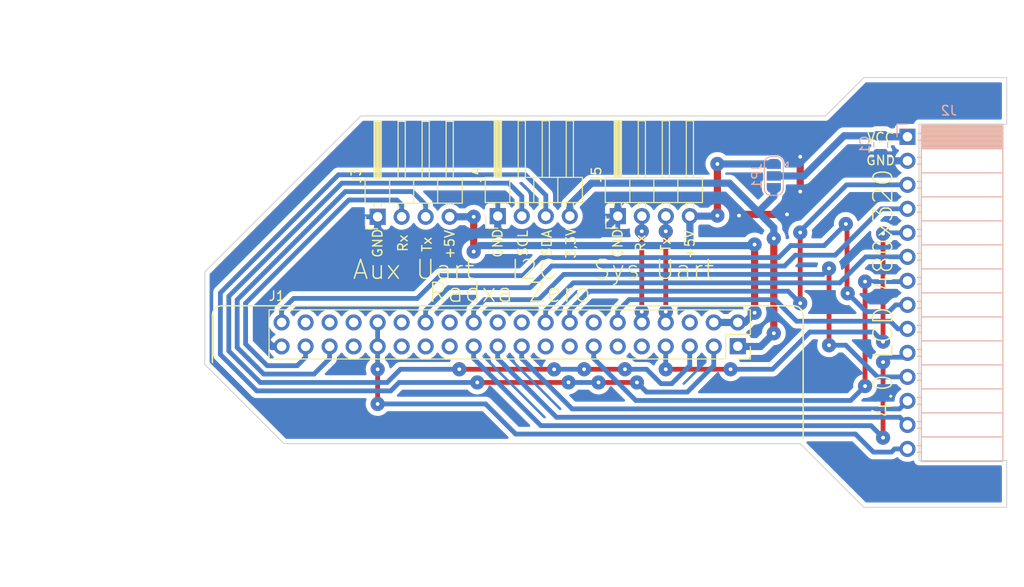
<source format=kicad_pcb>
(kicad_pcb (version 20211014) (generator pcbnew)
  (layers (0 "F.Cu" signal) (31 "B.Cu" signal) (34 "B.Paste" user) (35 "F.Paste" user) (36 "B.SilkS" user "B.Silkscreen") (37 "F.SilkS" user "F.Silkscreen") (38 "B.Mask" user) (39 "F.Mask" user) (44 "Edge.Cuts" user))
  (net 0 "")
  (net 1 "VCC")
  (net 2 "GND")
  (net 3 "+3.3V")
  (net 4 "+5V")
  (net 5 "/I2C_SDA")
  (net 6 "/I2C_SCL")
  (net 8 "/TFT_RS")
  (net 9 "/SYS_TXD")
  (net 11 "/SYS_RXD")
  (net 13 "/TFT_SCK")
  (net 16 "/TFT_CS")
  (net 18 "/TFT_SDI")
  (net 19 "/TP_DIN")
  (net 21 "/TP_OUT")
  (net 23 "/TP_CLK")
  (net 24 "/TP_CS")
  (net 28 "/TFT_RESET")
  (net 31 "/TP_IRQ")
  (net 34 "/TXD")
  (net 36 "/RXD")
  (net 38 "/LED")
  (net 39 "/TFT_SDO")
  (footprint "Connector_PinHeader_2.54mm:PinHeader_2x20_P2.54mm_Vertical" (layer "F.Cu") (at 116.586 95.758 -90)
    (fp_text reference "J1" (at -2.794 48.768) (layer "F.SilkS"))
    (fp_text value "RadaxZero")
    (fp_line (start 3.87 0) (end 3.87 -1.33) (layer "F.SilkS") (width 0.12))
    (fp_line (start 3.8654 1.27) (end 3.87 49.59) (layer "F.SilkS") (width 0.12))
    (fp_line (start -1.33 -1.33) (end 1.27 -1.33) (layer "F.SilkS") (width 0.12))
    (fp_line (start 1.27 1.27) (end 1.27 -1.33) (layer "F.SilkS") (width 0.12))
    (fp_line (start 1.27 1.27) (end 3.8654 1.27) (layer "F.SilkS") (width 0.12))
    (fp_line (start -1.33 49.59) (end 3.87 49.59) (layer "F.SilkS") (width 0.12))
    (fp_line (start 2.54 -1.33) (end 3.87 -1.33) (layer "F.SilkS") (width 0.12))
    (fp_line (start -1.33 -1.33) (end -1.33 49.59) (layer "F.SilkS") (width 0.12))
    (pad "1" thru_hole rect (at 2.5146 0 270) (size 1.7 1.7) (drill 1) (layers *.Cu *.Mask) (net 3 "+3.3V"))
    (pad "2" thru_hole oval (at 0 0 270) (size 1.7 1.7) (drill 1) (layers *.Cu *.Mask) (net 4 "+5V"))
    (pad "3" thru_hole oval (at 2.54 2.54 270) (size 1.7 1.7) (drill 1) (layers *.Cu *.Mask) (net 5 "/I2C_SDA"))
    (pad "4" thru_hole oval (at 0 2.54 270) (size 1.7 1.7) (drill 1) (layers *.Cu *.Mask) (net 4 "+5V"))
    (pad "5" thru_hole oval (at 2.54 5.08 270) (size 1.7 1.7) (drill 1) (layers *.Cu *.Mask) (net 6 "/I2C_SCL"))
    (pad "6" thru_hole oval (at 0 5.08 270) (size 1.7 1.7) (drill 1) (layers *.Cu *.Mask))
    (pad "7" thru_hole oval (at 2.54 7.62 270) (size 1.7 1.7) (drill 1) (layers *.Cu *.Mask) (net 8 "/TFT_RS"))
    (pad "8" thru_hole oval (at 0 7.62 270) (size 1.7 1.7) (drill 1) (layers *.Cu *.Mask) (net 9 "/SYS_TXD"))
    (pad "9" thru_hole oval (at 2.54 10.16 270) (size 1.7 1.7) (drill 1) (layers *.Cu *.Mask))
    (pad "10" thru_hole oval (at 0 10.16 270) (size 1.7 1.7) (drill 1) (layers *.Cu *.Mask) (net 11 "/SYS_RXD"))
    (pad "11" thru_hole oval (at 2.54 12.7 270) (size 1.7 1.7) (drill 1) (layers *.Cu *.Mask))
    (pad "12" thru_hole oval (at 0 12.7 270) (size 1.7 1.7) (drill 1) (layers *.Cu *.Mask) (net 39 "/TFT_SDO"))
    (pad "13" thru_hole oval (at 2.54 15.24 270) (size 1.7 1.7) (drill 1) (layers *.Cu *.Mask) (net 13 "/TFT_SCK"))
    (pad "14" thru_hole oval (at 0 15.24 270) (size 1.7 1.7) (drill 1) (layers *.Cu *.Mask))
    (pad "15" thru_hole oval (at 2.54 17.78 270) (size 1.7 1.7) (drill 1) (layers *.Cu *.Mask))
    (pad "16" thru_hole oval (at 0 17.78 270) (size 1.7 1.7) (drill 1) (layers *.Cu *.Mask) (net 16 "/TFT_CS"))
    (pad "17" thru_hole oval (at 2.54 20.32 270) (size 1.7 1.7) (drill 1) (layers *.Cu *.Mask))
    (pad "18" thru_hole oval (at 0 20.32 270) (size 1.7 1.7) (drill 1) (layers *.Cu *.Mask) (net 18 "/TFT_SDI"))
    (pad "19" thru_hole oval (at 2.54 22.86 270) (size 1.7 1.7) (drill 1) (layers *.Cu *.Mask) (net 19 "/TP_DIN"))
    (pad "20" thru_hole oval (at 0 22.86 270) (size 1.7 1.7) (drill 1) (layers *.Cu *.Mask))
    (pad "21" thru_hole oval (at 2.54 25.4 270) (size 1.7 1.7) (drill 1) (layers *.Cu *.Mask) (net 21 "/TP_OUT"))
    (pad "22" thru_hole oval (at 0 25.4 270) (size 1.7 1.7) (drill 1) (layers *.Cu *.Mask))
    (pad "23" thru_hole oval (at 2.54 27.94 270) (size 1.7 1.7) (drill 1) (layers *.Cu *.Mask) (net 23 "/TP_CLK"))
    (pad "24" thru_hole oval (at 0 27.94 270) (size 1.7 1.7) (drill 1) (layers *.Cu *.Mask) (net 24 "/TP_CS"))
    (pad "25" thru_hole oval (at 2.54 30.48 270) (size 1.7 1.7) (drill 1) (layers *.Cu *.Mask))
    (pad "26" thru_hole oval (at 0 30.48 270) (size 1.7 1.7) (drill 1) (layers *.Cu *.Mask))
    (pad "27" thru_hole oval (at 2.54 33.02 270) (size 1.7 1.7) (drill 1) (layers *.Cu *.Mask))
    (pad "28" thru_hole oval (at 0 33.02 270) (size 1.7 1.7) (drill 1) (layers *.Cu *.Mask) (net 28 "/TFT_RESET"))
    (pad "29" thru_hole oval (at 2.54 35.56 270) (size 1.7 1.7) (drill 1) (layers *.Cu *.Mask))
    (pad "30" thru_hole oval (at 0 35.56 270) (size 1.7 1.7) (drill 1) (layers *.Cu *.Mask))
    (pad "31" thru_hole oval (at 2.54 38.1 270) (size 1.7 1.7) (drill 1) (layers *.Cu *.Mask) (net 31 "/TP_IRQ"))
    (pad "32" thru_hole oval (at 0 38.1 270) (size 1.7 1.7) (drill 1) (layers *.Cu *.Mask) (net 31 "/TP_IRQ"))
    (pad "33" thru_hole oval (at 2.54 40.64 270) (size 1.7 1.7) (drill 1) (layers *.Cu *.Mask))
    (pad "34" thru_hole oval (at 0 40.64 270) (size 1.7 1.7) (drill 1) (layers *.Cu *.Mask))
    (pad "35" thru_hole oval (at 2.54 43.18 270) (size 1.7 1.7) (drill 1) (layers *.Cu *.Mask) (net 34 "/TXD"))
    (pad "36" thru_hole oval (at 0 43.18 270) (size 1.7 1.7) (drill 1) (layers *.Cu *.Mask))
    (pad "37" thru_hole oval (at 2.54 45.72 270) (size 1.7 1.7) (drill 1) (layers *.Cu *.Mask) (net 36 "/RXD"))
    (pad "38" thru_hole oval (at 0 45.72 270) (size 1.7 1.7) (drill 1) (layers *.Cu *.Mask))
    (pad "39" thru_hole oval (at 2.54 48.26 270) (size 1.7 1.7) (drill 1) (layers *.Cu *.Mask) (net 2 "GND"))
    (pad "40" thru_hole oval (at 0 48.26 270) (size 1.7 1.7) (drill 1) (layers *.Cu *.Mask) (net 38 "/LED"))
  )
  (footprint "Connector_PinHeader_2.54mm:PinHeader_1x04_P2.54mm_Horizontal" (layer "F.Cu") (at 91.196 84.512 90)
    (fp_text reference "J4" (at 4.385 -2.27 90) (layer "F.SilkS"))
    (fp_text value "I2C")
    (fp_line (start 4.1 4.7) (end 10.1 4.7) (layer "F.SilkS") (width 0.12))
    (fp_line (start 1.44 -1.33) (end 1.44 8.95) (layer "F.SilkS") (width 0.12))
    (fp_line (start 4.1 -0.32) (end 10.1 -0.32) (layer "F.SilkS") (width 0.12))
    (fp_line (start 1.042929 8) (end 1.44 8) (layer "F.SilkS") (width 0.12))
    (fp_line (start 1.042929 7.24) (end 1.44 7.24) (layer "F.SilkS") (width 0.12))
    (fp_line (start 10.1 0.38) (end 4.1 0.38) (layer "F.SilkS") (width 0.12))
    (fp_line (start 4.1 0.16) (end 10.1 0.16) (layer "F.SilkS") (width 0.12))
    (fp_line (start 4.1 0.04) (end 10.1 0.04) (layer "F.SilkS") (width 0.12))
    (fp_line (start 10.1 5.46) (end 4.1 5.46) (layer "F.SilkS") (width 0.12))
    (fp_line (start 1.44 6.35) (end 4.1 6.35) (layer "F.SilkS") (width 0.12))
    (fp_line (start 1.11 0.38) (end 1.44 0.38) (layer "F.SilkS") (width 0.12))
    (fp_line (start 1.042929 4.7) (end 1.44 4.7) (layer "F.SilkS") (width 0.12))
    (fp_line (start 4.1 8.95) (end 4.1 -1.33) (layer "F.SilkS") (width 0.12))
    (fp_line (start -1.27 0) (end -1.27 -1.27) (layer "F.SilkS") (width 0.12))
    (fp_line (start -1.27 -1.27) (end 0 -1.27) (layer "F.SilkS") (width 0.12))
    (fp_line (start 4.1 7.24) (end 10.1 7.24) (layer "F.SilkS") (width 0.12))
    (fp_line (start 10.1 8) (end 4.1 8) (layer "F.SilkS") (width 0.12))
    (fp_line (start 4.1 -1.33) (end 1.44 -1.33) (layer "F.SilkS") (width 0.12))
    (fp_line (start 10.1 -0.38) (end 10.1 0.38) (layer "F.SilkS") (width 0.12))
    (fp_line (start 4.1 -0.08) (end 10.1 -0.08) (layer "F.SilkS") (width 0.12))
    (fp_line (start 10.1 4.7) (end 10.1 5.46) (layer "F.SilkS") (width 0.12))
    (fp_line (start 1.042929 5.46) (end 1.44 5.46) (layer "F.SilkS") (width 0.12))
    (fp_line (start 4.1 -0.38) (end 10.1 -0.38) (layer "F.SilkS") (width 0.12))
    (fp_line (start 4.1 0.28) (end 10.1 0.28) (layer "F.SilkS") (width 0.12))
    (fp_line (start 1.042929 2.16) (end 1.44 2.16) (layer "F.SilkS") (width 0.12))
    (fp_line (start 1.11 -0.38) (end 1.44 -0.38) (layer "F.SilkS") (width 0.12))
    (fp_line (start 1.44 3.81) (end 4.1 3.81) (layer "F.SilkS") (width 0.12))
    (fp_line (start 1.042929 2.92) (end 1.44 2.92) (layer "F.SilkS") (width 0.12))
    (fp_line (start 10.1 7.24) (end 10.1 8) (layer "F.SilkS") (width 0.12))
    (fp_line (start 10.1 2.92) (end 4.1 2.92) (layer "F.SilkS") (width 0.12))
    (fp_line (start 4.1 -0.2) (end 10.1 -0.2) (layer "F.SilkS") (width 0.12))
    (fp_line (start 1.44 1.27) (end 4.1 1.27) (layer "F.SilkS") (width 0.12))
    (fp_line (start 10.1 2.16) (end 10.1 2.92) (layer "F.SilkS") (width 0.12))
    (fp_line (start 1.44 8.95) (end 4.1 8.95) (layer "F.SilkS") (width 0.12))
    (fp_line (start 4.1 2.16) (end 10.1 2.16) (layer "F.SilkS") (width 0.12))
    (pad "1" thru_hole rect (at 0 0 90) (size 1.7 1.7) (drill 1) (layers *.Cu *.Mask) (net 2 "GND"))
    (pad "2" thru_hole oval (at 0 2.54 90) (size 1.7 1.7) (drill 1) (layers *.Cu *.Mask) (net 6 "/I2C_SCL"))
    (pad "3" thru_hole oval (at 0 5.08 90) (size 1.7 1.7) (drill 1) (layers *.Cu *.Mask) (net 5 "/I2C_SDA"))
    (pad "4" thru_hole oval (at 0 7.62 90) (size 1.7 1.7) (drill 1) (layers *.Cu *.Mask) (net 3 "+3.3V"))
  )
  (footprint "Connector_PinHeader_2.54mm:PinHeader_1x04_P2.54mm_Horizontal" (layer "F.Cu") (at 103.896 84.512 90)
    (fp_text reference "J5" (at 4.385 -2.27 90) (layer "F.SilkS"))
    (fp_text value "SYS UART")
    (fp_line (start 4.1 8.95) (end 4.1 -1.33) (layer "F.SilkS") (width 0.12))
    (fp_line (start 4.1 -0.08) (end 10.1 -0.08) (layer "F.SilkS") (width 0.12))
    (fp_line (start -1.27 -1.27) (end 0 -1.27) (layer "F.SilkS") (width 0.12))
    (fp_line (start 10.1 8) (end 4.1 8) (layer "F.SilkS") (width 0.12))
    (fp_line (start 1.042929 8) (end 1.44 8) (layer "F.SilkS") (width 0.12))
    (fp_line (start 1.44 6.35) (end 4.1 6.35) (layer "F.SilkS") (width 0.12))
    (fp_line (start 1.042929 7.24) (end 1.44 7.24) (layer "F.SilkS") (width 0.12))
    (fp_line (start 4.1 -0.32) (end 10.1 -0.32) (layer "F.SilkS") (width 0.12))
    (fp_line (start 1.042929 4.7) (end 1.44 4.7) (layer "F.SilkS") (width 0.12))
    (fp_line (start 1.44 -1.33) (end 1.44 8.95) (layer "F.SilkS") (width 0.12))
    (fp_line (start -1.27 0) (end -1.27 -1.27) (layer "F.SilkS") (width 0.12))
    (fp_line (start 10.1 5.46) (end 4.1 5.46) (layer "F.SilkS") (width 0.12))
    (fp_line (start 4.1 2.16) (end 10.1 2.16) (layer "F.SilkS") (width 0.12))
    (fp_line (start 10.1 4.7) (end 10.1 5.46) (layer "F.SilkS") (width 0.12))
    (fp_line (start 4.1 0.04) (end 10.1 0.04) (layer "F.SilkS") (width 0.12))
    (fp_line (start 4.1 0.16) (end 10.1 0.16) (layer "F.SilkS") (width 0.12))
    (fp_line (start 1.44 1.27) (end 4.1 1.27) (layer "F.SilkS") (width 0.12))
    (fp_line (start 1.44 3.81) (end 4.1 3.81) (layer "F.SilkS") (width 0.12))
    (fp_line (start 4.1 -0.2) (end 10.1 -0.2) (layer "F.SilkS") (width 0.12))
    (fp_line (start 10.1 7.24) (end 10.1 8) (layer "F.SilkS") (width 0.12))
    (fp_line (start 4.1 0.28) (end 10.1 0.28) (layer "F.SilkS") (width 0.12))
    (fp_line (start 4.1 -0.38) (end 10.1 -0.38) (layer "F.SilkS") (width 0.12))
    (fp_line (start 10.1 2.92) (end 4.1 2.92) (layer "F.SilkS") (width 0.12))
    (fp_line (start 1.042929 2.92) (end 1.44 2.92) (layer "F.SilkS") (width 0.12))
    (fp_line (start 10.1 0.38) (end 4.1 0.38) (layer "F.SilkS") (width 0.12))
    (fp_line (start 4.1 7.24) (end 10.1 7.24) (layer "F.SilkS") (width 0.12))
    (fp_line (start 4.1 4.7) (end 10.1 4.7) (layer "F.SilkS") (width 0.12))
    (fp_line (start 10.1 -0.38) (end 10.1 0.38) (layer "F.SilkS") (width 0.12))
    (fp_line (start 1.11 -0.38) (end 1.44 -0.38) (layer "F.SilkS") (width 0.12))
    (fp_line (start 10.1 2.16) (end 10.1 2.92) (layer "F.SilkS") (width 0.12))
    (fp_line (start 1.042929 5.46) (end 1.44 5.46) (layer "F.SilkS") (width 0.12))
    (fp_line (start 1.042929 2.16) (end 1.44 2.16) (layer "F.SilkS") (width 0.12))
    (fp_line (start 1.44 8.95) (end 4.1 8.95) (layer "F.SilkS") (width 0.12))
    (fp_line (start 4.1 -1.33) (end 1.44 -1.33) (layer "F.SilkS") (width 0.12))
    (fp_line (start 1.11 0.38) (end 1.44 0.38) (layer "F.SilkS") (width 0.12))
    (pad "1" thru_hole rect (at 0 0 90) (size 1.7 1.7) (drill 1) (layers *.Cu *.Mask) (net 2 "GND"))
    (pad "2" thru_hole oval (at 0 2.54 90) (size 1.7 1.7) (drill 1) (layers *.Cu *.Mask) (net 11 "/SYS_RXD"))
    (pad "3" thru_hole oval (at 0 5.08 90) (size 1.7 1.7) (drill 1) (layers *.Cu *.Mask) (net 9 "/SYS_TXD"))
    (pad "4" thru_hole oval (at 0 7.62 90) (size 1.7 1.7) (drill 1) (layers *.Cu *.Mask) (net 4 "+5V"))
  )
  (footprint "Connector_PinHeader_2.54mm:PinHeader_1x04_P2.54mm_Horizontal" (layer "F.Cu") (at 78.486 84.582 90)
    (fp_text reference "J3" (at 4.385 -2.27 90) (layer "F.SilkS"))
    (fp_text value "UART")
    (fp_line (start 1.11 0.38) (end 1.44 0.38) (layer "F.SilkS") (width 0.12))
    (fp_line (start 4.1 -0.2) (end 10.1 -0.2) (layer "F.SilkS") (width 0.12))
    (fp_line (start 1.44 -1.33) (end 1.44 8.95) (layer "F.SilkS") (width 0.12))
    (fp_line (start 4.1 -0.32) (end 10.1 -0.32) (layer "F.SilkS") (width 0.12))
    (fp_line (start 1.042929 2.92) (end 1.44 2.92) (layer "F.SilkS") (width 0.12))
    (fp_line (start 1.44 8.95) (end 4.1 8.95) (layer "F.SilkS") (width 0.12))
    (fp_line (start 1.042929 2.16) (end 1.44 2.16) (layer "F.SilkS") (width 0.12))
    (fp_line (start 4.1 2.16) (end 10.1 2.16) (layer "F.SilkS") (width 0.12))
    (fp_line (start 1.042929 7.24) (end 1.44 7.24) (layer "F.SilkS") (width 0.12))
    (fp_line (start -1.27 0) (end -1.27 -1.27) (layer "F.SilkS") (width 0.12))
    (fp_line (start 10.1 4.7) (end 10.1 5.46) (layer "F.SilkS") (width 0.12))
    (fp_line (start 4.1 -0.38) (end 10.1 -0.38) (layer "F.SilkS") (width 0.12))
    (fp_line (start 1.042929 4.7) (end 1.44 4.7) (layer "F.SilkS") (width 0.12))
    (fp_line (start 1.44 1.27) (end 4.1 1.27) (layer "F.SilkS") (width 0.12))
    (fp_line (start 1.042929 8) (end 1.44 8) (layer "F.SilkS") (width 0.12))
    (fp_line (start 4.1 8.95) (end 4.1 -1.33) (layer "F.SilkS") (width 0.12))
    (fp_line (start 10.1 7.24) (end 10.1 8) (layer "F.SilkS") (width 0.12))
    (fp_line (start 4.1 -1.33) (end 1.44 -1.33) (layer "F.SilkS") (width 0.12))
    (fp_line (start 10.1 8) (end 4.1 8) (layer "F.SilkS") (width 0.12))
    (fp_line (start 4.1 7.24) (end 10.1 7.24) (layer "F.SilkS") (width 0.12))
    (fp_line (start 4.1 0.16) (end 10.1 0.16) (layer "F.SilkS") (width 0.12))
    (fp_line (start 4.1 4.7) (end 10.1 4.7) (layer "F.SilkS") (width 0.12))
    (fp_line (start 1.44 3.81) (end 4.1 3.81) (layer "F.SilkS") (width 0.12))
    (fp_line (start 10.1 0.38) (end 4.1 0.38) (layer "F.SilkS") (width 0.12))
    (fp_line (start 4.1 0.28) (end 10.1 0.28) (layer "F.SilkS") (width 0.12))
    (fp_line (start 10.1 5.46) (end 4.1 5.46) (layer "F.SilkS") (width 0.12))
    (fp_line (start 10.1 2.92) (end 4.1 2.92) (layer "F.SilkS") (width 0.12))
    (fp_line (start 10.1 -0.38) (end 10.1 0.38) (layer "F.SilkS") (width 0.12))
    (fp_line (start 4.1 -0.08) (end 10.1 -0.08) (layer "F.SilkS") (width 0.12))
    (fp_line (start 1.042929 5.46) (end 1.44 5.46) (layer "F.SilkS") (width 0.12))
    (fp_line (start 1.11 -0.38) (end 1.44 -0.38) (layer "F.SilkS") (width 0.12))
    (fp_line (start 1.44 6.35) (end 4.1 6.35) (layer "F.SilkS") (width 0.12))
    (fp_line (start -1.27 -1.27) (end 0 -1.27) (layer "F.SilkS") (width 0.12))
    (fp_line (start 10.1 2.16) (end 10.1 2.92) (layer "F.SilkS") (width 0.12))
    (fp_line (start 4.1 0.04) (end 10.1 0.04) (layer "F.SilkS") (width 0.12))
    (pad "1" thru_hole rect (at 0 0 90) (size 1.7 1.7) (drill 1) (layers *.Cu *.Mask) (net 2 "GND"))
    (pad "2" thru_hole oval (at 0 2.54 90) (size 1.7 1.7) (drill 1) (layers *.Cu *.Mask) (net 36 "/RXD"))
    (pad "3" thru_hole oval (at 0 5.08 90) (size 1.7 1.7) (drill 1) (layers *.Cu *.Mask) (net 34 "/TXD"))
    (pad "4" thru_hole oval (at 0 7.62 90) (size 1.7 1.7) (drill 1) (layers *.Cu *.Mask) (net 4 "+5V"))
  )
  (footprint "Connector_PinSocket_2.54mm:PinSocket_1x14_P2.54mm_Horizontal" (layer "B.Cu") (at 134.538 76.12 180)
    (fp_text reference "J2" (at -4.38 2.77) (layer "B.SilkS") (effects (justify mirror)))
    (fp_text value "4.0inch LCD")
    (fp_line (start -1.46 -12.34) (end -1.05 -12.34) (layer "B.SilkS") (width 0.12))
    (fp_line (start -10.09 -24.13) (end -1.46 -24.13) (layer "B.SilkS") (width 0.12))
    (fp_line (start -10.09 -0.797615) (end -1.46 -0.797615) (layer "B.SilkS") (width 0.12))
    (fp_line (start -1.46 -2.18) (end -1.05 -2.18) (layer "B.SilkS") (width 0.12))
    (fp_line (start -10.09 0.73762) (end -1.46 0.73762) (layer "B.SilkS") (width 0.12))
    (fp_line (start -10.09 1.33) (end -1.46 1.33) (layer "B.SilkS") (width 0.12))
    (fp_line (start -1.46 -17.42) (end -1.05 -17.42) (layer "B.SilkS") (width 0.12))
    (fp_line (start -10.09 -1.27) (end -1.46 -1.27) (layer "B.SilkS") (width 0.12))
    (fp_line (start -10.09 -19.05) (end -1.46 -19.05) (layer "B.SilkS") (width 0.12))
    (fp_line (start -1.46 -30.12) (end -1.05 -30.12) (layer "B.SilkS") (width 0.12))
    (fp_line (start -1.46 -25.04) (end -1.05 -25.04) (layer "B.SilkS") (width 0.12))
    (fp_line (start -1.46 -27.58) (end -1.05 -27.58) (layer "B.SilkS") (width 0.12))
    (fp_line (start -10.09 -11.43) (end -1.46 -11.43) (layer "B.SilkS") (width 0.12))
    (fp_line (start -10.09 -0.91571) (end -1.46 -0.91571) (layer "B.SilkS") (width 0.12))
    (fp_line (start -1.46 -20.68) (end -1.05 -20.68) (layer "B.SilkS") (width 0.12))
    (fp_line (start -1.46 -18.14) (end -1.05 -18.14) (layer "B.SilkS") (width 0.12))
    (fp_line (start 0 1.33) (end 1.11 1.33) (layer "B.SilkS") (width 0.12))
    (fp_line (start -1.46 -14.88) (end -1.05 -14.88) (layer "B.SilkS") (width 0.12))
    (fp_line (start 1.11 1.33) (end 1.11 0) (layer "B.SilkS") (width 0.12))
    (fp_line (start -1.46 -13.06) (end -1.05 -13.06) (layer "B.SilkS") (width 0.12))
    (fp_line (start -1.46 -0.36) (end -1.11 -0.36) (layer "B.SilkS") (width 0.12))
    (fp_line (start -10.09 0.97381) (end -1.46 0.97381) (layer "B.SilkS") (width 0.12))
    (fp_line (start -1.46 -5.44) (end -1.05 -5.44) (layer "B.SilkS") (width 0.12))
    (fp_line (start -1.46 -2.9) (end -1.05 -2.9) (layer "B.SilkS") (width 0.12))
    (fp_line (start -10.09 -0.20714) (end -1.46 -0.20714) (layer "B.SilkS") (width 0.12))
    (fp_line (start -10.09 -31.75) (end -1.46 -31.75) (layer "B.SilkS") (width 0.12))
    (fp_line (start -10.09 1.091905) (end -1.46 1.091905) (layer "B.SilkS") (width 0.12))
    (fp_line (start -1.46 -28.3) (end -1.05 -28.3) (layer "B.SilkS") (width 0.12))
    (fp_line (start -1.46 -32.66) (end -1.05 -32.66) (layer "B.SilkS") (width 0.12))
    (fp_line (start -10.09 -0.561425) (end -1.46 -0.561425) (layer "B.SilkS") (width 0.12))
    (fp_line (start -10.09 0.50143) (end -1.46 0.50143) (layer "B.SilkS") (width 0.12))
    (fp_line (start -10.09 -0.325235) (end -1.46 -0.325235) (layer "B.SilkS") (width 0.12))
    (fp_line (start -1.46 -7.98) (end -1.05 -7.98) (layer "B.SilkS") (width 0.12))
    (fp_line (start -1.46 -25.76) (end -1.05 -25.76) (layer "B.SilkS") (width 0.12))
    (fp_line (start -1.46 -22.5) (end -1.05 -22.5) (layer "B.SilkS") (width 0.12))
    (fp_line (start -10.09 -26.67) (end -1.46 -26.67) (layer "B.SilkS") (width 0.12))
    (fp_line (start -1.46 -10.52) (end -1.05 -10.52) (layer "B.SilkS") (width 0.12))
    (fp_line (start -10.09 -34.35) (end -1.46 -34.35) (layer "B.SilkS") (width 0.12))
    (fp_line (start -1.46 -33.38) (end -1.05 -33.38) (layer "B.SilkS") (width 0.12))
    (fp_line (start -10.09 1.21) (end -1.46 1.21) (layer "B.SilkS") (width 0.12))
    (fp_line (start -10.09 -0.67952) (end -1.46 -0.67952) (layer "B.SilkS") (width 0.12))
    (fp_line (start -1.46 -9.8) (end -1.05 -9.8) (layer "B.SilkS") (width 0.12))
    (fp_line (start -1.46 1.33) (end -1.46 -34.35) (layer "B.SilkS") (width 0.12))
    (fp_line (start -10.09 0.147145) (end -1.46 0.147145) (layer "B.SilkS") (width 0.12))
    (fp_line (start -10.09 0.02905) (end -1.46 0.02905) (layer "B.SilkS") (width 0.12))
    (fp_line (start -10.09 0.26524) (end -1.46 0.26524) (layer "B.SilkS") (width 0.12))
    (fp_line (start -10.09 -0.44333) (end -1.46 -0.44333) (layer "B.SilkS") (width 0.12))
    (fp_line (start -10.09 -13.97) (end -1.46 -13.97) (layer "B.SilkS") (width 0.12))
    (fp_line (start -10.09 0.383335) (end -1.46 0.383335) (layer "B.SilkS") (width 0.12))
    (fp_line (start -10.09 -29.21) (end -1.46 -29.21) (layer "B.SilkS") (width 0.12))
    (fp_line (start -10.09 -1.1519) (end -1.46 -1.1519) (layer "B.SilkS") (width 0.12))
    (fp_line (start -10.09 -21.59) (end -1.46 -21.59) (layer "B.SilkS") (width 0.12))
    (fp_line (start -10.09 -16.51) (end -1.46 -16.51) (layer "B.SilkS") (width 0.12))
    (fp_line (start -1.46 -15.6) (end -1.05 -15.6) (layer "B.SilkS") (width 0.12))
    (fp_line (start -10.09 -3.81) (end -1.46 -3.81) (layer "B.SilkS") (width 0.12))
    (fp_line (start -10.09 -1.033805) (end -1.46 -1.033805) (layer "B.SilkS") (width 0.12))
    (fp_line (start -10.09 -8.89) (end -1.46 -8.89) (layer "B.SilkS") (width 0.12))
    (fp_line (start -10.09 -0.089045) (end -1.46 -0.089045) (layer "B.SilkS") (width 0.12))
    (fp_line (start -1.46 0.36) (end -1.11 0.36) (layer "B.SilkS") (width 0.12))
    (fp_line (start -1.46 -19.96) (end -1.05 -19.96) (layer "B.SilkS") (width 0.12))
    (fp_line (start -1.46 -7.26) (end -1.05 -7.26) (layer "B.SilkS") (width 0.12))
    (fp_line (start -10.09 -6.35) (end -1.46 -6.35) (layer "B.SilkS") (width 0.12))
    (fp_line (start -1.46 -4.72) (end -1.05 -4.72) (layer "B.SilkS") (width 0.12))
    (fp_line (start -10.09 1.33) (end -10.09 -34.35) (layer "B.SilkS") (width 0.12))
    (fp_line (start -10.09 0.855715) (end -1.46 0.855715) (layer "B.SilkS") (width 0.12))
    (fp_line (start -10.09 0.619525) (end -1.46 0.619525) (layer "B.SilkS") (width 0.12))
    (fp_line (start -1.46 -30.84) (end -1.05 -30.84) (layer "B.SilkS") (width 0.12))
    (fp_line (start -1.46 -23.22) (end -1.05 -23.22) (layer "B.SilkS") (width 0.12))
    (pad "1" thru_hole rect (at 0 0 180) (size 1.7 1.7) (drill 1) (layers *.Cu *.Mask) (net 1 "VCC"))
    (pad "2" thru_hole oval (at 0 -2.54 180) (size 1.7 1.7) (drill 1) (layers *.Cu *.Mask) (net 2 "GND"))
    (pad "3" thru_hole oval (at 0 -5.08 180) (size 1.7 1.7) (drill 1) (layers *.Cu *.Mask) (net 16 "/TFT_CS"))
    (pad "4" thru_hole oval (at 0 -7.62 180) (size 1.7 1.7) (drill 1) (layers *.Cu *.Mask) (net 28 "/TFT_RESET"))
    (pad "5" thru_hole oval (at 0 -10.16 180) (size 1.7 1.7) (drill 1) (layers *.Cu *.Mask) (net 8 "/TFT_RS"))
    (pad "6" thru_hole oval (at 0 -12.7 180) (size 1.7 1.7) (drill 1) (layers *.Cu *.Mask) (net 18 "/TFT_SDI"))
    (pad "7" thru_hole oval (at 0 -15.24 180) (size 1.7 1.7) (drill 1) (layers *.Cu *.Mask) (net 13 "/TFT_SCK"))
    (pad "8" thru_hole oval (at 0 -17.78 180) (size 1.7 1.7) (drill 1) (layers *.Cu *.Mask) (net 38 "/LED"))
    (pad "9" thru_hole oval (at 0 -20.32 180) (size 1.7 1.7) (drill 1) (layers *.Cu *.Mask) (net 39 "/TFT_SDO"))
    (pad "10" thru_hole oval (at 0 -22.86 180) (size 1.7 1.7) (drill 1) (layers *.Cu *.Mask) (net 23 "/TP_CLK"))
    (pad "11" thru_hole oval (at 0 -25.4 180) (size 1.7 1.7) (drill 1) (layers *.Cu *.Mask) (net 24 "/TP_CS"))
    (pad "12" thru_hole oval (at 0 -27.94 180) (size 1.7 1.7) (drill 1) (layers *.Cu *.Mask) (net 19 "/TP_DIN"))
    (pad "13" thru_hole oval (at 0 -30.48 180) (size 1.7 1.7) (drill 1) (layers *.Cu *.Mask) (net 21 "/TP_OUT"))
    (pad "14" thru_hole oval (at 0 -33.02 180) (size 1.7 1.7) (drill 1) (layers *.Cu *.Mask) (net 31 "/TP_IRQ"))
  )
  (footprint "Capacitor_SMD:C_0805_2012Metric" (layer "B.Cu") (at 131.699 76.962 -90)
    (fp_text reference "C1" (at 0 1.68 90) (layer "B.SilkS") (effects (justify mirror)))
    (fp_text value "C")
    (fp_line (start -0.261252 -0.735) (end 0.261252 -0.735) (layer "B.SilkS") (width 0.12))
    (fp_line (start -0.261252 0.735) (end 0.261252 0.735) (layer "B.SilkS") (width 0.12))
    (pad "1" smd roundrect (at -0.95 0 270) (size 1 1.45) (layers "B.Cu" "B.Paste" "B.Mask") (net 1 "VCC"))
    (pad "2" smd roundrect (at 0.95 0 270) (size 1 1.45) (layers "B.Cu" "B.Paste" "B.Mask") (net 2 "GND"))
  )
  (footprint "Jumper:SolderJumper-3_P1.3mm_Open_RoundedPad1.0x1.5mm" (layer "B.Cu") (at 120.396 80.264 -90)
    (fp_text reference "JP1" (at 0 1.8 90) (layer "B.SilkS") (effects (justify mirror)))
    (fp_text value "3,3/5V")
    (fp_line (start -2.05 -0.3) (end -2.05 0.3) (layer "B.SilkS") (width 0.12))
    (fp_line (start -1.5 -1.5) (end -0.9 -1.5) (layer "B.SilkS") (width 0.12))
    (fp_line (start 2.05 0.3) (end 2.05 -0.3) (layer "B.SilkS") (width 0.12))
    (fp_line (start -1.4 1) (end 1.4 1) (layer "B.SilkS") (width 0.12))
    (fp_line (start -1.2 -1.2) (end -1.5 -1.5) (layer "B.SilkS") (width 0.12))
    (fp_line (start -1.2 -1.2) (end -0.9 -1.5) (layer "B.SilkS") (width 0.12))
    (fp_line (start 1.4 -1) (end -1.4 -1) (layer "B.SilkS") (width 0.12))
    (fp_arc (start 2.05 0.3) (mid 1.844975 0.794975) (end 1.35 1) (layer "B.SilkS") (width 0.12))
    (fp_arc (start -2.05 -0.3) (mid -1.844975 -0.794975) (end -1.35 -1) (layer "B.SilkS") (width 0.12))
    (fp_arc (start -1.35 1) (mid -1.844975 0.794975) (end -2.05 0.3) (layer "B.SilkS") (width 0.12))
    (fp_arc (start 1.35 -1) (mid 1.844975 -0.794975) (end 2.05 -0.3) (layer "B.SilkS") (width 0.12))
    (pad "1" smd custom (at -1.299997 0 270) (size 1 0.5) (layers "B.Cu" "B.Mask") (net 4 "+5V") (clearance 0.0508) (options (clearance outline) (anchor rect)) (primitives (gr_circle (center 0 -0.25) (end 0.5 -0.25) (width 0) (fill yes)) (gr_circle (center 0 0.25) (end 0.5 0.25) (width 0) (fill yes)) (gr_poly (pts (xy 0.55 -0.75) (xy 0 -0.75) (xy 0 0.75) (xy 0.55 0.75)) (width 0) (fill yes))))
    (pad "2" smd rect (at 0 0 270) (size 1 1.5) (layers "B.Cu" "B.Mask") (net 1 "VCC") (clearance 0.0508))
    (pad "3" smd custom (at 1.3 0 270) (size 1 0.5) (layers "B.Cu" "B.Mask") (net 3 "+3.3V") (options (clearance outline) (anchor rect)) (primitives (gr_circle (center 0 -0.25) (end 0.5 -0.25) (width 0) (fill yes)) (gr_circle (center 0 0.25) (end 0.5 0.25) (width 0) (fill yes)) (gr_poly (pts (xy 0 -0.75) (xy -0.55 -0.75) (xy -0.55 0.75) (xy 0 0.75)) (width 0) (fill yes))))
  )
  (gr_arc (start 61 95) (mid 61.292893 94.292893) (end 62 94) (layer "F.SilkS") (width 0.15))
  (gr_arc (start 122.5 94) (mid 123.207107 94.292893) (end 123.5 95) (layer "F.SilkS") (width 0.15))
  (gr_line (start 123.5 95) (end 123.5 108) (layer "F.SilkS") (width 0.15))
  (gr_line (start 62 94) (end 122.5 94) (layer "F.SilkS") (width 0.15))
  (gr_line (start 61 95) (end 61 100) (layer "F.SilkS") (width 0.15))
  (gr_line (start 60.198 90.424) (end 60.198 100.203) (layer "Edge.Cuts") (width 0.1))
  (gr_line (start 135.763 110.363) (end 135.763 74.803) (layer "Edge.Cuts") (width 0.1))
  (gr_line (start 145.034 115.316) (end 129.921 115.316) (layer "Edge.Cuts") (width 0.1))
  (gr_line (start 76.708 73.914) (end 60.198 90.424) (layer "Edge.Cuts") (width 0.1))
  (gr_line (start 145.034 110.363) (end 135.763 110.363) (layer "Edge.Cuts") (width 0.1))
  (gr_line (start 125.857 73.914) (end 76.708 73.914) (layer "Edge.Cuts") (width 0.1))
  (gr_line (start 145.034 110.363) (end 145.034 115.316) (layer "Edge.Cuts") (width 0.1))
  (gr_line (start 145.034 74.803) (end 145.034 69.85) (layer "Edge.Cuts") (width 0.1))
  (gr_line (start 123.19 108.585) (end 68.58 108.585) (layer "Edge.Cuts") (width 0.1))
  (gr_line (start 129.921 69.85) (end 125.857 73.914) (layer "Edge.Cuts") (width 0.1))
  (gr_line (start 129.921 115.316) (end 123.19 108.585) (layer "Edge.Cuts") (width 0.1))
  (gr_line (start 68.58 108.585) (end 60.198 100.203) (layer "Edge.Cuts") (width 0.1))
  (gr_line (start 135.763 74.803) (end 145.034 74.803) (layer "Edge.Cuts") (width 0.1))
  (gr_line (start 145.034 69.85) (end 129.921 69.85) (layer "Edge.Cuts") (width 0.1))
  (gr_text "SCL" (at 93.853 87.376 90) (layer "F.SilkS") (effects (font (size 1 1))))
  (gr_text "Sys Uart" (at 107.696 90.17) (layer "F.SilkS") (effects (font (size 2 2))))
  (gr_text "Rx" (at 106.299 87.376 90) (layer "F.SilkS") (effects (font (size 1 1))))
  (gr_text "SDA" (at 96.393 87.376 90) (layer "F.SilkS") (effects (font (size 1 1))))
  (gr_text "Tx" (at 83.693 87.503 90) (layer "F.SilkS") (effects (font (size 1 1))))
  (gr_text "GND" (at 78.486 87.376 90) (layer "F.SilkS") (effects (font (size 1 1))))
  (gr_text "3,3V" (at 98.933 87.376 90) (layer "F.SilkS") (effects (font (size 1 1))))
  (gr_text "Rx" (at 81.153 87.376 90) (layer "F.SilkS") (effects (font (size 1 1))))
  (gr_text "+5V" (at 111.506 87.503 90) (layer "F.SilkS") (effects (font (size 1 1))))
  (gr_text "+5V" (at 86.106 87.503 90) (layer "F.SilkS") (effects (font (size 1 1))))
  (gr_text "GND" (at 91.186 87.376 90) (layer "F.SilkS") (effects (font (size 1 1))))
  (gr_text "I2C" (at 94.996 90.17) (layer "F.SilkS") (effects (font (size 2 2))))
  (gr_text "4.0 LCD 480x320" (at 131.953 92.71 90) (layer "F.SilkS") (effects (font (size 2 2))))
  (gr_text "GND" (at 131.699 78.613) (layer "F.SilkS") (effects (font (size 1 1))))
  (gr_text "VCC" (at 131.699 76.2) (layer "F.SilkS") (effects (font (size 1 1))))
  (gr_text "GND" (at 103.886 87.376 90) (layer "F.SilkS") (effects (font (size 1 1))))
  (gr_text "Aux Uart" (at 82.296 90.17) (layer "F.SilkS") (effects (font (size 2 2))))
  (gr_text "Tx" (at 108.966 87.503 90) (layer "F.SilkS") (effects (font (size 1 1))))
  (gr_text "Radxa Zero" (at 92.456 92.583) (layer "F.SilkS") (effects (font (size 2 2))))
  (segment (start 123.571 80.264) (end 121.285 80.264) (width 0.762) (layer "B.Cu") (net 1))
  (segment (start 131.699 76.012) (end 127.823 76.012) (width 0.762) (layer "B.Cu") (net 1))
  (segment (start 127.823 76.012) (end 123.571 80.264) (width 0.762) (layer "B.Cu") (net 1))
  (segment (start 120.396 80.264) (end 121.285 80.264) (width 0.508) (layer "B.Cu") (net 1))
  (segment (start 134.538 76.12) (end 131.807 76.12) (width 0.762) (layer "B.Cu") (net 1))
  (segment (start 131.807 76.12) (end 131.699 76.012) (width 0.762) (layer "B.Cu") (net 1))
  (segment (start 123.19 81.915) (end 123.19 78.232) (width 0.762) (layer "F.Cu") (net 2))
  (segment (start 121.793 84.328) (end 116.84 84.328) (width 0.762) (layer "F.Cu") (net 2))
  (segment (start 116.84 84.328) (end 116.713 84.455) (width 0.762) (layer "F.Cu") (net 2))
  (via (at 123.19 78.232) (size 1.5) (drill 0.4) (layers "F.Cu" "B.Cu") (net 2))
  (via (at 121.793 84.328) (size 1.5) (drill 0.4) (layers "F.Cu" "B.Cu") (net 2))
  (via (at 123.19 81.915) (size 1.5) (drill 0.4) (layers "F.Cu" "B.Cu") (net 2))
  (via (at 116.713 84.455) (size 1.5) (drill 0.4) (layers "F.Cu" "B.Cu") (net 2))
  (segment (start 104.775 82.423) (end 103.886 83.312) (width 0.762) (layer "B.Cu") (net 2))
  (segment (start 101.921 86.487) (end 91.821 86.487) (width 0.762) (layer "B.Cu") (net 2))
  (segment (start 91.186 85.852) (end 91.186 86.106) (width 0.762) (layer "B.Cu") (net 2))
  (segment (start 123.19 82.931) (end 127.461 78.66) (width 0.762) (layer "B.Cu") (net 2))
  (segment (start 91.186 86.106) (end 90.805 86.487) (width 0.762) (layer "B.Cu") (net 2))
  (segment (start 103.896 84.512) (end 101.921 86.487) (width 0.762) (layer "B.Cu") (net 2))
  (segment (start 91.186 85.852) (end 91.186 84.522) (width 0.762) (layer "B.Cu") (net 2))
  (segment (start 78.486 85.852) (end 78.486 84.582) (width 0.762) (layer "B.Cu") (net 2))
  (segment (start 127.461 78.66) (end 131.873 78.66) (width 0.762) (layer "B.Cu") (net 2))
  (segment (start 116.713 84.455) (end 114.681 82.423) (width 0.762) (layer "B.Cu") (net 2))
  (segment (start 123.19 82.931) (end 123.19 81.915) (width 0.762) (layer "B.Cu") (net 2))
  (segment (start 121.793 84.328) (end 123.19 82.931) (width 0.762) (layer "B.Cu") (net 2))
  (segment (start 79.121 86.487) (end 78.486 85.852) (width 0.762) (layer "B.Cu") (net 2))
  (segment (start 66.04 97.028) (end 66.04 94.742) (width 0.762) (layer "B.Cu") (net 2))
  (segment (start 68.321 98.303) (end 67.315 98.303) (width 0.762) (layer "B.Cu") (net 2))
  (segment (start 103.886 83.312) (end 103.896 83.322) (width 0.762) (layer "B.Cu") (net 2))
  (segment (start 90.805 86.487) (end 79.121 86.487) (width 0.762) (layer "B.Cu") (net 2))
  (segment (start 131.873 78.66) (end 134.538 78.66) (width 0.762) (layer "B.Cu") (net 2))
  (segment (start 131.699 77.912) (end 131.699 78.486) (width 0.762) (layer "B.Cu") (net 2))
  (segment (start 91.821 86.487) (end 91.186 85.852) (width 0.762) (layer "B.Cu") (net 2))
  (segment (start 103.896 83.322) (end 103.896 84.512) (width 0.762) (layer "B.Cu") (net 2))
  (segment (start 91.186 84.522) (end 91.196 84.512) (width 0.762) (layer "B.Cu") (net 2))
  (segment (start 74.295 86.487) (end 77.851 86.487) (width 0.762) (layer "B.Cu") (net 2))
  (segment (start 114.681 82.423) (end 104.775 82.423) (width 0.762) (layer "B.Cu") (net 2))
  (segment (start 67.315 98.303) (end 66.04 97.028) (width 0.762) (layer "B.Cu") (net 2))
  (segment (start 77.851 86.487) (end 78.486 85.852) (width 0.762) (layer "B.Cu") (net 2))
  (segment (start 131.699 78.486) (end 131.873 78.66) (width 0.762) (layer "B.Cu") (net 2))
  (segment (start 66.04 94.742) (end 74.295 86.487) (width 0.762) (layer "B.Cu") (net 2))
  (segment (start 120.396 86.868) (end 120.396 96.901) (width 0.762) (layer "F.Cu") (net 3))
  (via (at 120.396 86.868) (size 1.5) (drill 0.4) (layers "F.Cu" "B.Cu") (net 3))
  (via (at 120.396 96.901) (size 1.5) (drill 0.4) (layers "F.Cu" "B.Cu") (net 3))
  (segment (start 115.697 81.026) (end 118.745 84.074) (width 0.762) (layer "B.Cu") (net 3))
  (segment (start 120.396 85.725) (end 120.396 86.868) (width 0.762) (layer "B.Cu") (net 3))
  (segment (start 120.396 81.564) (end 120.396 82.423) (width 0.762) (layer "B.Cu") (net 3))
  (segment (start 120.396 96.901) (end 118.994 98.303) (width 0.762) (layer "B.Cu") (net 3))
  (segment (start 118.994 98.303) (end 116.581 98.303) (width 0.762) (layer "B.Cu") (net 3))
  (segment (start 101.092 81.026) (end 115.697 81.026) (width 0.762) (layer "B.Cu") (net 3))
  (segment (start 98.816 84.512) (end 98.816 83.322) (width 0.762) (layer "B.Cu") (net 3))
  (segment (start 98.816 83.322) (end 98.806 83.312) (width 0.762) (layer "B.Cu") (net 3))
  (segment (start 118.745 84.074) (end 120.396 85.725) (width 0.762) (layer "B.Cu") (net 3))
  (segment (start 120.396 82.423) (end 118.745 84.074) (width 0.762) (layer "B.Cu") (net 3))
  (segment (start 98.806 83.312) (end 101.092 81.026) (width 0.762) (layer "B.Cu") (net 3))
  (segment (start 118.364 94.7295) (end 118.364 87.5155) (width 0.762) (layer "F.Cu") (net 4))
  (segment (start 114.427 84.455) (end 114.427 78.994) (width 0.762) (layer "F.Cu") (net 4))
  (segment (start 88.646 88.265) (end 88.646 84.582) (width 0.762) (layer "F.Cu") (net 4))
  (via (at 118.364 94.7295) (size 1.5) (drill 0.4) (layers "F.Cu" "B.Cu") (net 4))
  (via (at 88.646 84.582) (size 1.5) (drill 0.4) (layers "F.Cu" "B.Cu") (net 4))
  (via (at 114.427 78.994) (size 1.5) (drill 0.4) (layers "F.Cu" "B.Cu") (net 4))
  (via (at 118.364 87.5155) (size 1.5) (drill 0.4) (layers "F.Cu" "B.Cu") (net 4))
  (via (at 114.427 84.455) (size 1.5) (drill 0.4) (layers "F.Cu" "B.Cu") (net 4))
  (via (at 88.646 88.265) (size 1.5) (drill 0.4) (layers "F.Cu" "B.Cu") (net 4))
  (segment (start 114.37 84.512) (end 114.427 84.455) (width 0.762) (layer "B.Cu") (net 4))
  (segment (start 117.3305 95.763) (end 116.581 95.763) (width 0.762) (layer "B.Cu") (net 4))
  (segment (start 114.041 95.763) (end 116.581 95.763) (width 0.762) (layer "B.Cu") (net 4))
  (segment (start 111.516 87.386) (end 111.76 87.63) (width 0.762) (layer "B.Cu") (net 4))
  (segment (start 86.106 84.582) (end 88.646 84.582) (width 0.762) (layer "B.Cu") (net 4))
  (segment (start 118.364 87.5155) (end 118.2495 87.63) (width 0.762) (layer "B.Cu") (net 4))
  (segment (start 89.281 87.63) (end 111.76 87.63) (width 0.762) (layer "B.Cu") (net 4))
  (segment (start 120.366 78.994) (end 120.396 78.964) (width 0.762) (layer "B.Cu") (net 4))
  (segment (start 118.364 94.7295) (end 117.3305 95.763) (width 0.762) (layer "B.Cu") (net 4))
  (segment (start 118.2495 87.63) (end 111.76 87.63) (width 0.762) (layer "B.Cu") (net 4))
  (segment (start 111.516 84.512) (end 114.37 84.512) (width 0.762) (layer "B.Cu") (net 4))
  (segment (start 111.516 84.512) (end 111.516 87.386) (width 0.762) (layer "B.Cu") (net 4))
  (segment (start 88.646 88.265) (end 89.281 87.63) (width 0.762) (layer "B.Cu") (net 4))
  (segment (start 114.427 78.994) (end 120.366 78.994) (width 0.762) (layer "B.Cu") (net 4))
  (segment (start 98.6665 102.108) (end 89.027 102.108) (width 0.508) (layer "F.Cu") (net 5))
  (segment (start 105.918 102.108) (end 101.854 102.108) (width 0.508) (layer "F.Cu") (net 5))
  (segment (start 98.679 102.0955) (end 98.6665 102.108) (width 0.508) (layer "F.Cu") (net 5))
  (via (at 105.918 102.108) (size 1.5) (drill 0.4) (layers "F.Cu" "B.Cu") (net 5))
  (via (at 89.027 102.108) (size 1.5) (drill 0.4) (layers "F.Cu" "B.Cu") (net 5))
  (via (at 101.854 102.108) (size 1.5) (drill 0.4) (layers "F.Cu" "B.Cu") (net 5))
  (via (at 98.679 102.0955) (size 1.5) (drill 0.4) (layers "F.Cu" "B.Cu") (net 5))
  (segment (start 98.6915 102.108) (end 98.679 102.0955) (width 0.508) (layer "B.Cu") (net 5))
  (segment (start 105.918 102.108) (end 106.934 103.124) (width 0.508) (layer "B.Cu") (net 5))
  (segment (start 89.027 102.108) (end 80.759236 102.108) (width 0.508) (layer "B.Cu") (net 5))
  (segment (start 61.849 99.148708) (end 61.849 92.621292) (width 0.508) (layer "B.Cu") (net 5))
  (segment (start 106.934 103.124) (end 111.242 103.124) (width 0.508) (layer "B.Cu") (net 5))
  (segment (start 61.849 92.621292) (end 74.333292 80.137) (width 0.508) (layer "B.Cu") (net 5))
  (segment (start 101.854 102.108) (end 98.6915 102.108) (width 0.508) (layer "B.Cu") (net 5))
  (segment (start 80.759236 102.108) (end 79.870236 102.997) (width 0.508) (layer "B.Cu") (net 5))
  (segment (start 94.107 80.137) (end 96.276 82.306) (width 0.508) (layer "B.Cu") (net 5))
  (segment (start 111.242 103.124) (end 114.041 100.325) (width 0.508) (layer "B.Cu") (net 5))
  (segment (start 74.333292 80.137) (end 94.107 80.137) (width 0.508) (layer "B.Cu") (net 5))
  (segment (start 79.870236 102.997) (end 65.697292 102.997) (width 0.508) (layer "B.Cu") (net 5))
  (segment (start 114.041 100.325) (end 114.041 98.303) (width 0.508) (layer "B.Cu") (net 5))
  (segment (start 65.697292 102.997) (end 61.849 99.148708) (width 0.508) (layer "B.Cu") (net 5))
  (segment (start 96.276 82.306) (end 96.276 84.512) (width 0.508) (layer "B.Cu") (net 5))
  (segment (start 97.1425 100.711) (end 87.122 100.711) (width 0.508) (layer "F.Cu") (net 6))
  (segment (start 97.155 100.7235) (end 97.1425 100.711) (width 0.508) (layer "F.Cu") (net 6))
  (segment (start 104.648 100.711) (end 100.33 100.711) (width 0.508) (layer "F.Cu") (net 6))
  (via (at 104.648 100.711) (size 1.5) (drill 0.4) (layers "F.Cu" "B.Cu") (net 6))
  (via (at 87.122 100.711) (size 1.5) (drill 0.4) (layers "F.Cu" "B.Cu") (net 6))
  (via (at 97.155 100.7235) (size 1.5) (drill 0.4) (layers "F.Cu" "B.Cu") (net 6))
  (via (at 100.33 100.711) (size 1.5) (drill 0.4) (layers "F.Cu" "B.Cu") (net 6))
  (segment (start 87.122 100.711) (end 80.899 100.711) (width 0.508) (layer "B.Cu") (net 6))
  (segment (start 111.506 100.33) (end 111.501 100.325) (width 0.508) (layer "B.Cu") (net 6))
  (segment (start 104.648 100.711) (end 106.934 100.711) (width 0.508) (layer "B.Cu") (net 6))
  (segment (start 80.899 100.711) (end 79.502 102.108) (width 0.508) (layer "B.Cu") (net 6))
  (segment (start 93.736 82.420919) (end 93.736 84.512) (width 0.508) (layer "B.Cu") (net 6))
  (segment (start 74.701528 81.026) (end 92.341081 81.026) (width 0.508) (layer "B.Cu") (net 6))
  (segment (start 97.1675 100.711) (end 97.155 100.7235) (width 0.508) (layer "B.Cu") (net 6))
  (segment (start 109.601 102.235) (end 111.506 100.33) (width 0.508) (layer "B.Cu") (net 6))
  (segment (start 62.738 92.989528) (end 74.701528 81.026) (width 0.508) (layer "B.Cu") (net 6))
  (segment (start 100.33 100.711) (end 97.1675 100.711) (width 0.508) (layer "B.Cu") (net 6))
  (segment (start 66.065528 102.108) (end 62.738 98.780472) (width 0.508) (layer "B.Cu") (net 6))
  (segment (start 62.738 98.780472) (end 62.738 92.989528) (width 0.508) (layer "B.Cu") (net 6))
  (segment (start 108.458 102.235) (end 109.601 102.235) (width 0.508) (layer "B.Cu") (net 6))
  (segment (start 111.501 100.325) (end 111.501 98.303) (width 0.508) (layer "B.Cu") (net 6))
  (segment (start 92.341081 81.026) (end 93.736 82.420919) (width 0.508) (layer "B.Cu") (net 6))
  (segment (start 106.934 100.711) (end 108.458 102.235) (width 0.508) (layer "B.Cu") (net 6))
  (segment (start 79.502 102.108) (end 66.065528 102.108) (width 0.508) (layer "B.Cu") (net 6))
  (segment (start 131.953 86.36) (end 131.953 97.79) (width 0.508) (layer "F.Cu") (net 8))
  (segment (start 115.697 100.711) (end 115.824 100.711) (width 0.508) (layer "F.Cu") (net 8))
  (segment (start 108.966 100.711) (end 115.697 100.711) (width 0.508) (layer "F.Cu") (net 8))
  (via (at 115.824 100.711) (size 1.5) (drill 0.4) (layers "F.Cu" "B.Cu") (net 8))
  (via (at 108.966 100.711) (size 1.5) (drill 0.4) (layers "F.Cu" "B.Cu") (net 8))
  (via (at 131.953 97.79) (size 1.5) (drill 0.4) (layers "F.Cu" "B.Cu") (net 8))
  (via (at 131.953 86.36) (size 1.5) (drill 0.4) (layers "F.Cu" "B.Cu") (net 8))
  (segment (start 131.953 97.79) (end 130.937 96.774) (width 0.508) (layer "B.Cu") (net 8))
  (segment (start 134.538 86.28) (end 132.033 86.28) (width 0.508) (layer "B.Cu") (net 8))
  (segment (start 132.033 86.28) (end 131.953 86.36) (width 0.508) (layer "B.Cu") (net 8))
  (segment (start 130.937 96.774) (end 124.206 96.774) (width 0.508) (layer "B.Cu") (net 8))
  (segment (start 115.824 100.711) (end 120.269 100.711) (width 0.508) (layer "B.Cu") (net 8))
  (segment (start 108.961 98.303) (end 108.961 100.706) (width 0.508) (layer "B.Cu") (net 8))
  (segment (start 108.961 100.706) (end 108.966 100.711) (width 0.508) (layer "B.Cu") (net 8))
  (segment (start 120.269 100.711) (end 124.206 96.774) (width 0.508) (layer "B.Cu") (net 8))
  (segment (start 108.966 94.615) (end 108.966 86.1185) (width 0.508) (layer "F.Cu") (net 9))
  (via (at 108.966 86.1185) (size 1.5) (drill 0.4) (layers "F.Cu" "B.Cu") (net 9))
  (via (at 108.966 94.615) (size 1.5) (drill 0.4) (layers "F.Cu" "B.Cu") (net 9))
  (segment (start 108.961 94.62) (end 108.966 94.615) (width 0.508) (layer "B.Cu") (net 9))
  (segment (start 108.976 86.1085) (end 108.966 86.1185) (width 0.508) (layer "B.Cu") (net 9))
  (segment (start 108.976 84.512) (end 108.976 86.1085) (width 0.508) (layer "B.Cu") (net 9))
  (segment (start 108.961 95.763) (end 108.961 94.62) (width 0.508) (layer "B.Cu") (net 9))
  (segment (start 106.426 94.615) (end 106.426 86.1185) (width 0.508) (layer "F.Cu") (net 11))
  (segment (start 106.421 95.763) (end 106.421 94.62) (width 0.508) (layer "F.Cu") (net 11))
  (segment (start 106.421 94.62) (end 106.426 94.615) (width 0.508) (layer "F.Cu") (net 11))
  (via (at 106.426 94.615) (size 1.5) (drill 0.4) (layers "F.Cu" "B.Cu") (net 11))
  (via (at 106.426 86.1185) (size 1.5) (drill 0.4) (layers "F.Cu" "B.Cu") (net 11))
  (segment (start 106.426 84.522) (end 106.436 84.512) (width 0.508) (layer "B.Cu") (net 11))
  (segment (start 106.426 86.1185) (end 106.426 84.522) (width 0.508) (layer "B.Cu") (net 11))
  (segment (start 130.048 102.489) (end 130.048 91.44) (width 0.508) (layer "F.Cu") (net 13))
  (via (at 130.048 102.489) (size 1.5) (drill 0.4) (layers "F.Cu" "B.Cu") (net 13))
  (via (at 130.048 91.44) (size 1.5) (drill 0.4) (layers "F.Cu" "B.Cu") (net 13))
  (segment (start 130.048 91.44) (end 134.458 91.44) (width 0.508) (layer "B.Cu") (net 13))
  (segment (start 101.341 99.563) (end 105.791 104.013) (width 0.508) (layer "B.Cu") (net 13))
  (segment (start 105.791 104.013) (end 128.524 104.013) (width 0.508) (layer "B.Cu") (net 13))
  (segment (start 134.458 91.44) (end 134.538 91.36) (width 0.508) (layer "B.Cu") (net 13))
  (segment (start 128.524 104.013) (end 130.048 102.489) (width 0.508) (layer "B.Cu") (net 13))
  (segment (start 101.341 98.303) (end 101.341 99.563) (width 0.508) (layer "B.Cu") (net 13))
  (segment (start 123.19 93.726) (end 123.19 86.2455) (width 0.508) (layer "F.Cu") (net 16))
  (via (at 123.19 93.726) (size 1.5) (drill 0.4) (layers "F.Cu" "B.Cu") (net 16))
  (via (at 123.19 86.2455) (size 1.5) (drill 0.4) (layers "F.Cu" "B.Cu") (net 16))
  (segment (start 123.19 93.726) (end 121.92 92.456) (width 0.508) (layer "B.Cu") (net 16))
  (segment (start 123.19 86.2455) (end 123.19 86.106) (width 0.508) (layer "B.Cu") (net 16))
  (segment (start 121.92 92.456) (end 100.838 92.456) (width 0.508) (layer "B.Cu") (net 16))
  (segment (start 98.801 94.493) (end 98.801 95.763) (width 0.508) (layer "B.Cu") (net 16))
  (segment (start 100.838 92.456) (end 98.801 94.493) (width 0.508) (layer "B.Cu") (net 16))
  (segment (start 128.096 81.2) (end 134.538 81.2) (width 0.508) (layer "B.Cu") (net 16))
  (segment (start 123.19 86.106) (end 128.096 81.2) (width 0.508) (layer "B.Cu") (net 16))
  (segment (start 99.187 91.567) (end 96.261 94.493) (width 0.508) (layer "B.Cu") (net 18))
  (segment (start 130.128 88.82) (end 127.381 91.567) (width 0.508) (layer "B.Cu") (net 18))
  (segment (start 127.381 91.567) (end 99.187 91.567) (width 0.508) (layer "B.Cu") (net 18))
  (segment (start 96.261 94.493) (end 96.261 95.763) (width 0.508) (layer "B.Cu") (net 18))
  (segment (start 134.538 88.82) (end 130.128 88.82) (width 0.508) (layer "B.Cu") (net 18))
  (segment (start 134.538 104.06) (end 133.696 104.902) (width 0.508) (layer "B.Cu") (net 19))
  (segment (start 99.06 104.902) (end 93.721 99.563) (width 0.508) (layer "B.Cu") (net 19))
  (segment (start 93.721 99.563) (end 93.721 98.303) (width 0.508) (layer "B.Cu") (net 19))
  (segment (start 133.696 104.902) (end 99.06 104.902) (width 0.508) (layer "B.Cu") (net 19))
  (segment (start 97.409 105.791) (end 133.729 105.791) (width 0.508) (layer "B.Cu") (net 21))
  (segment (start 91.181 98.303) (end 91.181 99.563) (width 0.508) (layer "B.Cu") (net 21))
  (segment (start 133.729 105.791) (end 134.538 106.6) (width 0.508) (layer "B.Cu") (net 21))
  (segment (start 91.181 99.563) (end 97.409 105.791) (width 0.508) (layer "B.Cu") (net 21))
  (segment (start 131.953 99.949) (end 131.953 107.95) (width 0.508) (layer "F.Cu") (net 23))
  (via (at 131.953 107.95) (size 1.5) (drill 0.4) (layers "F.Cu" "B.Cu") (net 23))
  (via (at 131.953 99.949) (size 1.5) (drill 0.4) (layers "F.Cu" "B.Cu") (net 23))
  (segment (start 132.461 99.441) (end 134.077 99.441) (width 0.508) (layer "B.Cu") (net 23))
  (segment (start 131.953 99.949) (end 132.461 99.441) (width 0.508) (layer "B.Cu") (net 23))
  (segment (start 88.641 99.563) (end 88.641 98.303) (width 0.508) (layer "B.Cu") (net 23))
  (segment (start 130.683 106.68) (end 95.758 106.68) (width 0.508) (layer "B.Cu") (net 23))
  (segment (start 95.758 106.68) (end 88.641 99.563) (width 0.508) (layer "B.Cu") (net 23))
  (segment (start 134.077 99.441) (end 134.538 98.98) (width 0.508) (layer "B.Cu") (net 23))
  (segment (start 131.953 107.95) (end 130.683 106.68) (width 0.508) (layer "B.Cu") (net 23))
  (segment (start 126.238 98.171) (end 126.238 90.043) (width 0.508) (layer "F.Cu") (net 24))
  (via (at 126.238 98.171) (size 1.5) (drill 0.4) (layers "F.Cu" "B.Cu") (net 24))
  (via (at 126.238 90.043) (size 1.5) (drill 0.4) (layers "F.Cu" "B.Cu") (net 24))
  (segment (start 126.238 90.043) (end 125.603 90.678) (width 0.508) (layer "B.Cu") (net 24))
  (segment (start 88.641 94.493) (end 88.641 95.763) (width 0.508) (layer "B.Cu") (net 24))
  (segment (start 98.171 90.678) (end 95.504 93.345) (width 0.508) (layer "B.Cu") (net 24))
  (segment (start 131.365 101.52) (end 134.538 101.52) (width 0.508) (layer "B.Cu") (net 24))
  (segment (start 126.238 98.171) (end 128.016 98.171) (width 0.508) (layer "B.Cu") (net 24))
  (segment (start 89.789 93.345) (end 88.641 94.493) (width 0.508) (layer "B.Cu") (net 24))
  (segment (start 95.504 93.345) (end 89.789 93.345) (width 0.508) (layer "B.Cu") (net 24))
  (segment (start 128.016 98.171) (end 131.365 101.52) (width 0.508) (layer "B.Cu") (net 24))
  (segment (start 125.603 90.678) (end 98.171 90.678) (width 0.508) (layer "B.Cu") (net 24))
  (segment (start 121.539 89.789) (end 96.901 89.789) (width 0.508) (layer "B.Cu") (net 28))
  (segment (start 131.779 83.74) (end 126.873 88.646) (width 0.508) (layer "B.Cu") (net 28))
  (segment (start 85.979 92.075) (end 83.561 94.493) (width 0.508) (layer "B.Cu") (net 28))
  (segment (start 134.538 83.74) (end 131.779 83.74) (width 0.508) (layer "B.Cu") (net 28))
  (segment (start 122.682 88.646) (end 121.539 89.789) (width 0.508) (layer "B.Cu") (net 28))
  (segment (start 96.901 89.789) (end 94.615 92.075) (width 0.508) (layer "B.Cu") (net 28))
  (segment (start 126.873 88.646) (end 122.682 88.646) (width 0.508) (layer "B.Cu") (net 28))
  (segment (start 94.615 92.075) (end 85.979 92.075) (width 0.508) (layer "B.Cu") (net 28))
  (segment (start 83.561 94.493) (end 83.561 95.763) (width 0.508) (layer "B.Cu") (net 28))
  (segment (start 78.486 100.711) (end 78.486 104.3815) (width 0.508) (layer "F.Cu") (net 31))
  (via (at 78.486 100.711) (size 1.5) (drill 0.4) (layers "F.Cu" "B.Cu") (net 31))
  (via (at 78.486 104.3815) (size 1.5) (drill 0.4) (layers "F.Cu" "B.Cu") (net 31))
  (segment (start 129.032 107.569) (end 93.091 107.569) (width 0.508) (layer "B.Cu") (net 31))
  (segment (start 78.481 98.303) (end 78.481 100.706) (width 0.508) (layer "B.Cu") (net 31))
  (segment (start 93.091 107.569) (end 89.9035 104.3815) (width 0.508) (layer "B.Cu") (net 31))
  (segment (start 78.481 100.706) (end 78.486 100.711) (width 0.508) (layer "B.Cu") (net 31))
  (segment (start 134.538 109.14) (end 133.176 109.14) (width 0.508) (layer "B.Cu") (net 31))
  (segment (start 133.176 109.14) (end 132.842 109.474) (width 0.508) (layer "B.Cu") (net 31))
  (segment (start 130.937 109.474) (end 129.032 107.569) (width 0.508) (layer "B.Cu") (net 31))
  (segment (start 132.842 109.474) (end 130.937 109.474) (width 0.508) (layer "B.Cu") (net 31))
  (segment (start 78.481 95.763) (end 78.481 98.303) (width 0.508) (layer "B.Cu") (net 31))
  (segment (start 89.9035 104.3815) (end 78.486 104.3815) (width 0.508) (layer "B.Cu") (net 31))
  (segment (start 82.169 81.915) (end 75.069764 81.915) (width 0.508) (layer "B.Cu") (net 34))
  (segment (start 73.401 99.563) (end 73.401 98.303) (width 0.508) (layer "B.Cu") (net 34))
  (segment (start 73.406 99.568) (end 73.401 99.563) (width 0.508) (layer "B.Cu") (net 34))
  (segment (start 66.433764 101.219) (end 71.755 101.219) (width 0.508) (layer "B.Cu") (net 34))
  (segment (start 63.627 98.412236) (end 66.433764 101.219) (width 0.508) (layer "B.Cu") (net 34))
  (segment (start 63.627 93.357764) (end 63.627 98.412236) (width 0.508) (layer "B.Cu") (net 34))
  (segment (start 71.755 101.219) (end 73.406 99.568) (width 0.508) (layer "B.Cu") (net 34))
  (segment (start 83.566 84.582) (end 83.566 83.312) (width 0.508) (layer "B.Cu") (net 34))
  (segment (start 75.069764 81.915) (end 63.627 93.357764) (width 0.508) (layer "B.Cu") (net 34))
  (segment (start 83.566 83.312) (end 82.169 81.915) (width 0.508) (layer "B.Cu") (net 34))
  (segment (start 69.977 100.33) (end 70.861 99.446) (width 0.508) (layer "B.Cu") (net 36))
  (segment (start 70.861 99.446) (end 70.861 98.303) (width 0.508) (layer "B.Cu") (net 36))
  (segment (start 81.026 83.312) (end 80.518 82.804) (width 0.508) (layer "B.Cu") (net 36))
  (segment (start 64.516 93.726) (end 64.516 98.044) (width 0.508) (layer "B.Cu") (net 36))
  (segment (start 75.438 82.804) (end 64.516 93.726) (width 0.508) (layer "B.Cu") (net 36))
  (segment (start 64.516 98.044) (end 66.802 100.33) (width 0.508) (layer "B.Cu") (net 36))
  (segment (start 81.026 84.582) (end 81.026 83.312) (width 0.508) (layer "B.Cu") (net 36))
  (segment (start 80.518 82.804) (end 75.438 82.804) (width 0.508) (layer "B.Cu") (net 36))
  (segment (start 66.802 100.33) (end 69.977 100.33) (width 0.508) (layer "B.Cu") (net 36))
  (segment (start 128.2117 92.6746) (end 128.143 92.6059) (width 0.508) (layer "F.Cu") (net 38))
  (segment (start 128.143 85.471) (end 128.016 85.344) (width 0.508) (layer "F.Cu") (net 38))
  (segment (start 128.143 92.6059) (end 128.143 85.471) (width 0.508) (layer "F.Cu") (net 38))
  (via (at 128.016 85.344) (size 1.5) (drill 0.4) (layers "F.Cu" "B.Cu") (net 38))
  (via (at 128.2117 92.6746) (size 1.5) (drill 0.4) (layers "F.Cu" "B.Cu") (net 38))
  (segment (start 120.904 88.9) (end 95.758 88.9) (width 0.508) (layer "B.Cu") (net 38))
  (segment (start 95.758 88.9) (end 93.853 90.805) (width 0.508) (layer "B.Cu") (net 38))
  (segment (start 69.596 93.218) (end 68.321 94.493) (width 0.508) (layer "B.Cu") (net 38))
  (segment (start 85.09 90.805) (end 82.677 93.218) (width 0.508) (layer "B.Cu") (net 38))
  (segment (start 130.1521 94.615) (end 132.588 94.615) (width 0.508) (layer "B.Cu") (net 38))
  (segment (start 68.321 94.493) (end 68.321 95.763) (width 0.508) (layer "B.Cu") (net 38))
  (segment (start 132.588 94.615) (end 133.303 93.9) (width 0.508) (layer "B.Cu") (net 38))
  (segment (start 122.174 87.63) (end 120.904 88.9) (width 0.508) (layer "B.Cu") (net 38))
  (segment (start 128.016 85.344) (end 125.73 87.63) (width 0.508) (layer "B.Cu") (net 38))
  (segment (start 125.73 87.63) (end 122.174 87.63) (width 0.508) (layer "B.Cu") (net 38))
  (segment (start 128.2117 92.6746) (end 130.1521 94.615) (width 0.508) (layer "B.Cu") (net 38))
  (segment (start 93.853 90.805) (end 85.09 90.805) (width 0.508) (layer "B.Cu") (net 38))
  (segment (start 82.677 93.218) (end 69.596 93.218) (width 0.508) (layer "B.Cu") (net 38))
  (segment (start 133.303 93.9) (end 134.538 93.9) (width 0.508) (layer "B.Cu") (net 38))
  (segment (start 122.809 95.631) (end 132.715 95.631) (width 0.508) (layer "B.Cu") (net 39))
  (segment (start 105.096919 93.345) (end 120.523 93.345) (width 0.508) (layer "B.Cu") (net 39))
  (segment (start 133.524 96.44) (end 134.538 96.44) (width 0.508) (layer "B.Cu") (net 39))
  (segment (start 132.715 95.631) (end 133.524 96.44) (width 0.508) (layer "B.Cu") (net 39))
  (segment (start 120.523 93.345) (end 122.809 95.631) (width 0.508) (layer "B.Cu") (net 39))
  (segment (start 103.881 94.560919) (end 105.096919 93.345) (width 0.508) (layer "B.Cu") (net 39))
  (segment (start 103.881 95.763) (end 103.881 94.560919) (width 0.508) (layer "B.Cu") (net 39))
  (zone (net 2) (net_name "GND") (layer "B.Cu") (connect_pads (clearance 0.508)) (min_thickness 0.254) (fill yes (thermal_gap 0.508) (thermal_bridge_width 0.508) (island_removal_mode 2) (island_area_min 1))
    (polygon (pts (xy 145.034 115.316) (xy 129.921 115.316) (xy 123.19 108.585) (xy 68.58 108.585) (xy 60.198 100.203) (xy 60.198 90.424) (xy 76.708 73.914) (xy 125.857 73.914) (xy 129.921 69.85) (xy 145.034 69.85)))
  )
)
</source>
